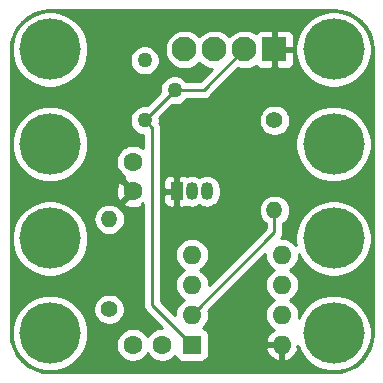
<source format=gbr>
G04 #@! TF.GenerationSoftware,KiCad,Pcbnew,(5.1.4)-1*
G04 #@! TF.CreationDate,2019-11-07T18:26:40-06:00*
G04 #@! TF.ProjectId,SensorBoard,53656e73-6f72-4426-9f61-72642e6b6963,rev?*
G04 #@! TF.SameCoordinates,Original*
G04 #@! TF.FileFunction,Copper,L1,Top*
G04 #@! TF.FilePolarity,Positive*
%FSLAX46Y46*%
G04 Gerber Fmt 4.6, Leading zero omitted, Abs format (unit mm)*
G04 Created by KiCad (PCBNEW (5.1.4)-1) date 2019-11-07 18:26:40*
%MOMM*%
%LPD*%
G04 APERTURE LIST*
%ADD10C,5.200000*%
%ADD11O,1.600000X1.600000*%
%ADD12R,1.600000X1.600000*%
%ADD13R,1.050000X1.500000*%
%ADD14O,1.050000X1.500000*%
%ADD15C,1.260000*%
%ADD16O,1.400000X1.400000*%
%ADD17C,1.400000*%
%ADD18C,2.100000*%
%ADD19R,2.100000X2.100000*%
%ADD20C,1.600000*%
%ADD21C,0.250000*%
%ADD22C,0.254000*%
G04 APERTURE END LIST*
D10*
X16000000Y-8000000D03*
X16000000Y-16000000D03*
X16000000Y-24000000D03*
X16000000Y0D03*
X-8000000Y-16000000D03*
X-8000000Y-8000000D03*
X-8000000Y0D03*
X-8000000Y-24000000D03*
D11*
X11620000Y-25000000D03*
X4000000Y-17380000D03*
X11620000Y-22460000D03*
X4000000Y-19920000D03*
X11620000Y-19920000D03*
X4000000Y-22460000D03*
X11620000Y-17380000D03*
D12*
X4000000Y-25000000D03*
D13*
X2730000Y-12000000D03*
D14*
X5270000Y-12000000D03*
X4000000Y-12000000D03*
D15*
X0Y-6000000D03*
X2540000Y-3460000D03*
X0Y-920000D03*
D16*
X11000000Y-13620000D03*
D17*
X11000000Y-6000000D03*
D16*
X-3000000Y-14380000D03*
D17*
X-3000000Y-22000000D03*
D18*
X3380000Y0D03*
X5920000Y0D03*
X8460000Y0D03*
D19*
X11000000Y0D03*
D20*
X1500000Y-25000000D03*
X-1000000Y-25000000D03*
X-1000000Y-9500000D03*
X-1000000Y-12000000D03*
D21*
X5000000Y-3460000D02*
X8460000Y0D01*
X2540000Y-3460000D02*
X5000000Y-3460000D01*
X2540000Y-3460000D02*
X0Y-6000000D01*
X629999Y-21629999D02*
X4000000Y-25000000D01*
X629999Y-6629999D02*
X629999Y-21629999D01*
X0Y-6000000D02*
X629999Y-6629999D01*
X11000000Y-15460000D02*
X11000000Y-13620000D01*
X4000000Y-22460000D02*
X11000000Y-15460000D01*
D22*
G36*
X16648126Y3273286D02*
G01*
X17271572Y3085057D01*
X17846579Y2779319D01*
X18351247Y2367721D01*
X18766362Y1865933D01*
X19076105Y1293076D01*
X19268682Y670961D01*
X19340000Y-7584D01*
X19340001Y-23967711D01*
X19273286Y-24648126D01*
X19085057Y-25271570D01*
X18779323Y-25846573D01*
X18367721Y-26351248D01*
X17865933Y-26766362D01*
X17293077Y-27076104D01*
X16670961Y-27268682D01*
X15992417Y-27340000D01*
X-7967721Y-27340000D01*
X-8648126Y-27273286D01*
X-9271570Y-27085057D01*
X-9846573Y-26779323D01*
X-10351248Y-26367721D01*
X-10766362Y-25865933D01*
X-11076104Y-25293077D01*
X-11268682Y-24670961D01*
X-11340000Y-23992417D01*
X-11340000Y-23681380D01*
X-11235000Y-23681380D01*
X-11235000Y-24318620D01*
X-11110681Y-24943615D01*
X-10866820Y-25532347D01*
X-10512789Y-26062192D01*
X-10062192Y-26512789D01*
X-9532347Y-26866820D01*
X-8943615Y-27110681D01*
X-8318620Y-27235000D01*
X-7681380Y-27235000D01*
X-7056385Y-27110681D01*
X-6467653Y-26866820D01*
X-5937808Y-26512789D01*
X-5487211Y-26062192D01*
X-5133180Y-25532347D01*
X-4889319Y-24943615D01*
X-4765000Y-24318620D01*
X-4765000Y-23681380D01*
X-4889319Y-23056385D01*
X-5133180Y-22467653D01*
X-5487211Y-21937808D01*
X-5556505Y-21868514D01*
X-4335000Y-21868514D01*
X-4335000Y-22131486D01*
X-4283696Y-22389405D01*
X-4183061Y-22632359D01*
X-4036962Y-22851013D01*
X-3851013Y-23036962D01*
X-3632359Y-23183061D01*
X-3389405Y-23283696D01*
X-3131486Y-23335000D01*
X-2868514Y-23335000D01*
X-2610595Y-23283696D01*
X-2367641Y-23183061D01*
X-2148987Y-23036962D01*
X-1963038Y-22851013D01*
X-1816939Y-22632359D01*
X-1716304Y-22389405D01*
X-1665000Y-22131486D01*
X-1665000Y-21868514D01*
X-1716304Y-21610595D01*
X-1816939Y-21367641D01*
X-1963038Y-21148987D01*
X-2148987Y-20963038D01*
X-2367641Y-20816939D01*
X-2610595Y-20716304D01*
X-2868514Y-20665000D01*
X-3131486Y-20665000D01*
X-3389405Y-20716304D01*
X-3632359Y-20816939D01*
X-3851013Y-20963038D01*
X-4036962Y-21148987D01*
X-4183061Y-21367641D01*
X-4283696Y-21610595D01*
X-4335000Y-21868514D01*
X-5556505Y-21868514D01*
X-5937808Y-21487211D01*
X-6467653Y-21133180D01*
X-7056385Y-20889319D01*
X-7681380Y-20765000D01*
X-8318620Y-20765000D01*
X-8943615Y-20889319D01*
X-9532347Y-21133180D01*
X-10062192Y-21487211D01*
X-10512789Y-21937808D01*
X-10866820Y-22467653D01*
X-11110681Y-23056385D01*
X-11235000Y-23681380D01*
X-11340000Y-23681380D01*
X-11340000Y-15681380D01*
X-11235000Y-15681380D01*
X-11235000Y-16318620D01*
X-11110681Y-16943615D01*
X-10866820Y-17532347D01*
X-10512789Y-18062192D01*
X-10062192Y-18512789D01*
X-9532347Y-18866820D01*
X-8943615Y-19110681D01*
X-8318620Y-19235000D01*
X-7681380Y-19235000D01*
X-7056385Y-19110681D01*
X-6467653Y-18866820D01*
X-5937808Y-18512789D01*
X-5487211Y-18062192D01*
X-5133180Y-17532347D01*
X-4889319Y-16943615D01*
X-4765000Y-16318620D01*
X-4765000Y-15681380D01*
X-4889319Y-15056385D01*
X-5133180Y-14467653D01*
X-5191747Y-14380000D01*
X-4341459Y-14380000D01*
X-4315683Y-14641706D01*
X-4239347Y-14893354D01*
X-4115382Y-15125275D01*
X-3948555Y-15328555D01*
X-3745275Y-15495382D01*
X-3513354Y-15619347D01*
X-3261706Y-15695683D01*
X-3065579Y-15715000D01*
X-2934421Y-15715000D01*
X-2738294Y-15695683D01*
X-2486646Y-15619347D01*
X-2254725Y-15495382D01*
X-2051445Y-15328555D01*
X-1884618Y-15125275D01*
X-1760653Y-14893354D01*
X-1684317Y-14641706D01*
X-1658541Y-14380000D01*
X-1684317Y-14118294D01*
X-1760653Y-13866646D01*
X-1884618Y-13634725D01*
X-2051445Y-13431445D01*
X-2254725Y-13264618D01*
X-2486646Y-13140653D01*
X-2738294Y-13064317D01*
X-2934421Y-13045000D01*
X-3065579Y-13045000D01*
X-3261706Y-13064317D01*
X-3513354Y-13140653D01*
X-3745275Y-13264618D01*
X-3948555Y-13431445D01*
X-4115382Y-13634725D01*
X-4239347Y-13866646D01*
X-4315683Y-14118294D01*
X-4341459Y-14380000D01*
X-5191747Y-14380000D01*
X-5487211Y-13937808D01*
X-5937808Y-13487211D01*
X-6467653Y-13133180D01*
X-7056385Y-12889319D01*
X-7681380Y-12765000D01*
X-8318620Y-12765000D01*
X-8943615Y-12889319D01*
X-9532347Y-13133180D01*
X-10062192Y-13487211D01*
X-10512789Y-13937808D01*
X-10866820Y-14467653D01*
X-11110681Y-15056385D01*
X-11235000Y-15681380D01*
X-11340000Y-15681380D01*
X-11340000Y-12070512D01*
X-2440217Y-12070512D01*
X-2398787Y-12350130D01*
X-2303603Y-12616292D01*
X-2236671Y-12741514D01*
X-1992702Y-12813097D01*
X-1179605Y-12000000D01*
X-1992702Y-11186903D01*
X-2236671Y-11258486D01*
X-2357571Y-11513996D01*
X-2426300Y-11788184D01*
X-2440217Y-12070512D01*
X-11340000Y-12070512D01*
X-11340000Y-7681380D01*
X-11235000Y-7681380D01*
X-11235000Y-8318620D01*
X-11110681Y-8943615D01*
X-10866820Y-9532347D01*
X-10512789Y-10062192D01*
X-10062192Y-10512789D01*
X-9532347Y-10866820D01*
X-8943615Y-11110681D01*
X-8318620Y-11235000D01*
X-7681380Y-11235000D01*
X-7056385Y-11110681D01*
X-6467653Y-10866820D01*
X-5937808Y-10512789D01*
X-5487211Y-10062192D01*
X-5133180Y-9532347D01*
X-5061239Y-9358665D01*
X-2435000Y-9358665D01*
X-2435000Y-9641335D01*
X-2379853Y-9918574D01*
X-2271680Y-10179727D01*
X-2114637Y-10414759D01*
X-1914759Y-10614637D01*
X-1714131Y-10748692D01*
X-1741514Y-10763329D01*
X-1813097Y-11007298D01*
X-1000000Y-11820395D01*
X-985858Y-11806253D01*
X-806253Y-11985858D01*
X-820395Y-12000000D01*
X-806253Y-12014143D01*
X-985858Y-12193748D01*
X-1000000Y-12179605D01*
X-1813097Y-12992702D01*
X-1741514Y-13236671D01*
X-1486004Y-13357571D01*
X-1211816Y-13426300D01*
X-929488Y-13440217D01*
X-649870Y-13398787D01*
X-383708Y-13303603D01*
X-258486Y-13236671D01*
X-186903Y-12992704D01*
X-130001Y-13049606D01*
X-130000Y-21592666D01*
X-133677Y-21629999D01*
X-119003Y-21778984D01*
X-75547Y-21922245D01*
X-4975Y-22054275D01*
X58391Y-22131486D01*
X89999Y-22170000D01*
X118997Y-22193798D01*
X1490199Y-23565000D01*
X1358665Y-23565000D01*
X1081426Y-23620147D01*
X820273Y-23728320D01*
X585241Y-23885363D01*
X385363Y-24085241D01*
X250000Y-24287827D01*
X114637Y-24085241D01*
X-85241Y-23885363D01*
X-320273Y-23728320D01*
X-581426Y-23620147D01*
X-858665Y-23565000D01*
X-1141335Y-23565000D01*
X-1418574Y-23620147D01*
X-1679727Y-23728320D01*
X-1914759Y-23885363D01*
X-2114637Y-24085241D01*
X-2271680Y-24320273D01*
X-2379853Y-24581426D01*
X-2435000Y-24858665D01*
X-2435000Y-25141335D01*
X-2379853Y-25418574D01*
X-2271680Y-25679727D01*
X-2114637Y-25914759D01*
X-1914759Y-26114637D01*
X-1679727Y-26271680D01*
X-1418574Y-26379853D01*
X-1141335Y-26435000D01*
X-858665Y-26435000D01*
X-581426Y-26379853D01*
X-320273Y-26271680D01*
X-85241Y-26114637D01*
X114637Y-25914759D01*
X250000Y-25712173D01*
X385363Y-25914759D01*
X585241Y-26114637D01*
X820273Y-26271680D01*
X1081426Y-26379853D01*
X1358665Y-26435000D01*
X1641335Y-26435000D01*
X1918574Y-26379853D01*
X2179727Y-26271680D01*
X2414759Y-26114637D01*
X2581339Y-25948057D01*
X2610498Y-26044180D01*
X2669463Y-26154494D01*
X2748815Y-26251185D01*
X2845506Y-26330537D01*
X2955820Y-26389502D01*
X3075518Y-26425812D01*
X3200000Y-26438072D01*
X4800000Y-26438072D01*
X4924482Y-26425812D01*
X5044180Y-26389502D01*
X5154494Y-26330537D01*
X5251185Y-26251185D01*
X5330537Y-26154494D01*
X5389502Y-26044180D01*
X5425812Y-25924482D01*
X5438072Y-25800000D01*
X5438072Y-25349039D01*
X10228096Y-25349039D01*
X10268754Y-25483087D01*
X10388963Y-25737420D01*
X10556481Y-25963414D01*
X10764869Y-26152385D01*
X11006119Y-26297070D01*
X11270960Y-26391909D01*
X11493000Y-26270624D01*
X11493000Y-25127000D01*
X10350085Y-25127000D01*
X10228096Y-25349039D01*
X5438072Y-25349039D01*
X5438072Y-24200000D01*
X5425812Y-24075518D01*
X5389502Y-23955820D01*
X5330537Y-23845506D01*
X5251185Y-23748815D01*
X5154494Y-23669463D01*
X5044180Y-23610498D01*
X4924482Y-23574188D01*
X4906518Y-23572419D01*
X5019608Y-23479608D01*
X5198932Y-23261101D01*
X5332182Y-23011808D01*
X5414236Y-22741309D01*
X5441943Y-22460000D01*
X5414236Y-22178691D01*
X5400708Y-22134093D01*
X10180598Y-17354204D01*
X10178057Y-17380000D01*
X10205764Y-17661309D01*
X10287818Y-17931808D01*
X10421068Y-18181101D01*
X10600392Y-18399608D01*
X10818899Y-18578932D01*
X10951858Y-18650000D01*
X10818899Y-18721068D01*
X10600392Y-18900392D01*
X10421068Y-19118899D01*
X10287818Y-19368192D01*
X10205764Y-19638691D01*
X10178057Y-19920000D01*
X10205764Y-20201309D01*
X10287818Y-20471808D01*
X10421068Y-20721101D01*
X10600392Y-20939608D01*
X10818899Y-21118932D01*
X10951858Y-21190000D01*
X10818899Y-21261068D01*
X10600392Y-21440392D01*
X10421068Y-21658899D01*
X10287818Y-21908192D01*
X10205764Y-22178691D01*
X10178057Y-22460000D01*
X10205764Y-22741309D01*
X10287818Y-23011808D01*
X10421068Y-23261101D01*
X10600392Y-23479608D01*
X10818899Y-23658932D01*
X10956682Y-23732579D01*
X10764869Y-23847615D01*
X10556481Y-24036586D01*
X10388963Y-24262580D01*
X10268754Y-24516913D01*
X10228096Y-24650961D01*
X10350085Y-24873000D01*
X11493000Y-24873000D01*
X11493000Y-24853000D01*
X11747000Y-24853000D01*
X11747000Y-24873000D01*
X11767000Y-24873000D01*
X11767000Y-25127000D01*
X11747000Y-25127000D01*
X11747000Y-26270624D01*
X11969040Y-26391909D01*
X12233881Y-26297070D01*
X12475131Y-26152385D01*
X12683519Y-25963414D01*
X12851037Y-25737420D01*
X12971246Y-25483087D01*
X13011904Y-25349039D01*
X12889916Y-25127002D01*
X12965280Y-25127002D01*
X13133180Y-25532347D01*
X13487211Y-26062192D01*
X13937808Y-26512789D01*
X14467653Y-26866820D01*
X15056385Y-27110681D01*
X15681380Y-27235000D01*
X16318620Y-27235000D01*
X16943615Y-27110681D01*
X17532347Y-26866820D01*
X18062192Y-26512789D01*
X18512789Y-26062192D01*
X18866820Y-25532347D01*
X19110681Y-24943615D01*
X19235000Y-24318620D01*
X19235000Y-23681380D01*
X19110681Y-23056385D01*
X18866820Y-22467653D01*
X18512789Y-21937808D01*
X18062192Y-21487211D01*
X17532347Y-21133180D01*
X16943615Y-20889319D01*
X16318620Y-20765000D01*
X15681380Y-20765000D01*
X15056385Y-20889319D01*
X14467653Y-21133180D01*
X13937808Y-21487211D01*
X13487211Y-21937808D01*
X13133180Y-22467653D01*
X13038731Y-22695673D01*
X13061943Y-22460000D01*
X13034236Y-22178691D01*
X12952182Y-21908192D01*
X12818932Y-21658899D01*
X12639608Y-21440392D01*
X12421101Y-21261068D01*
X12288142Y-21190000D01*
X12421101Y-21118932D01*
X12639608Y-20939608D01*
X12818932Y-20721101D01*
X12952182Y-20471808D01*
X13034236Y-20201309D01*
X13061943Y-19920000D01*
X13034236Y-19638691D01*
X12952182Y-19368192D01*
X12818932Y-19118899D01*
X12639608Y-18900392D01*
X12421101Y-18721068D01*
X12288142Y-18650000D01*
X12421101Y-18578932D01*
X12639608Y-18399608D01*
X12818932Y-18181101D01*
X12952182Y-17931808D01*
X13034236Y-17661309D01*
X13061943Y-17380000D01*
X13059406Y-17354241D01*
X13133180Y-17532347D01*
X13487211Y-18062192D01*
X13937808Y-18512789D01*
X14467653Y-18866820D01*
X15056385Y-19110681D01*
X15681380Y-19235000D01*
X16318620Y-19235000D01*
X16943615Y-19110681D01*
X17532347Y-18866820D01*
X18062192Y-18512789D01*
X18512789Y-18062192D01*
X18866820Y-17532347D01*
X19110681Y-16943615D01*
X19235000Y-16318620D01*
X19235000Y-15681380D01*
X19110681Y-15056385D01*
X18866820Y-14467653D01*
X18512789Y-13937808D01*
X18062192Y-13487211D01*
X17532347Y-13133180D01*
X16943615Y-12889319D01*
X16318620Y-12765000D01*
X15681380Y-12765000D01*
X15056385Y-12889319D01*
X14467653Y-13133180D01*
X13937808Y-13487211D01*
X13487211Y-13937808D01*
X13133180Y-14467653D01*
X12889319Y-15056385D01*
X12765000Y-15681380D01*
X12765000Y-16318620D01*
X12816082Y-16575426D01*
X12639608Y-16360392D01*
X12421101Y-16181068D01*
X12171808Y-16047818D01*
X11901309Y-15965764D01*
X11690492Y-15945000D01*
X11585139Y-15945000D01*
X11634974Y-15884277D01*
X11705546Y-15752247D01*
X11705546Y-15752246D01*
X11749003Y-15608986D01*
X11760000Y-15497333D01*
X11760000Y-15497323D01*
X11763676Y-15460000D01*
X11760000Y-15422677D01*
X11760000Y-14723298D01*
X11948555Y-14568555D01*
X12115382Y-14365275D01*
X12239347Y-14133354D01*
X12315683Y-13881706D01*
X12341459Y-13620000D01*
X12315683Y-13358294D01*
X12239347Y-13106646D01*
X12115382Y-12874725D01*
X11948555Y-12671445D01*
X11745275Y-12504618D01*
X11513354Y-12380653D01*
X11261706Y-12304317D01*
X11065579Y-12285000D01*
X10934421Y-12285000D01*
X10738294Y-12304317D01*
X10486646Y-12380653D01*
X10254725Y-12504618D01*
X10051445Y-12671445D01*
X9884618Y-12874725D01*
X9760653Y-13106646D01*
X9684317Y-13358294D01*
X9658541Y-13620000D01*
X9684317Y-13881706D01*
X9760653Y-14133354D01*
X9884618Y-14365275D01*
X10051445Y-14568555D01*
X10240000Y-14723298D01*
X10240000Y-15145198D01*
X5439402Y-19945796D01*
X5441943Y-19920000D01*
X5414236Y-19638691D01*
X5332182Y-19368192D01*
X5198932Y-19118899D01*
X5019608Y-18900392D01*
X4801101Y-18721068D01*
X4668142Y-18650000D01*
X4801101Y-18578932D01*
X5019608Y-18399608D01*
X5198932Y-18181101D01*
X5332182Y-17931808D01*
X5414236Y-17661309D01*
X5441943Y-17380000D01*
X5414236Y-17098691D01*
X5332182Y-16828192D01*
X5198932Y-16578899D01*
X5019608Y-16360392D01*
X4801101Y-16181068D01*
X4551808Y-16047818D01*
X4281309Y-15965764D01*
X4070492Y-15945000D01*
X3929508Y-15945000D01*
X3718691Y-15965764D01*
X3448192Y-16047818D01*
X3198899Y-16181068D01*
X2980392Y-16360392D01*
X2801068Y-16578899D01*
X2667818Y-16828192D01*
X2585764Y-17098691D01*
X2558057Y-17380000D01*
X2585764Y-17661309D01*
X2667818Y-17931808D01*
X2801068Y-18181101D01*
X2980392Y-18399608D01*
X3198899Y-18578932D01*
X3331858Y-18650000D01*
X3198899Y-18721068D01*
X2980392Y-18900392D01*
X2801068Y-19118899D01*
X2667818Y-19368192D01*
X2585764Y-19638691D01*
X2558057Y-19920000D01*
X2585764Y-20201309D01*
X2667818Y-20471808D01*
X2801068Y-20721101D01*
X2980392Y-20939608D01*
X3198899Y-21118932D01*
X3331858Y-21190000D01*
X3198899Y-21261068D01*
X2980392Y-21440392D01*
X2801068Y-21658899D01*
X2667818Y-21908192D01*
X2585764Y-22178691D01*
X2558057Y-22460000D01*
X2560598Y-22485796D01*
X1389999Y-21315198D01*
X1389999Y-12750000D01*
X1566928Y-12750000D01*
X1579188Y-12874482D01*
X1615498Y-12994180D01*
X1674463Y-13104494D01*
X1753815Y-13201185D01*
X1850506Y-13280537D01*
X1960820Y-13339502D01*
X2080518Y-13375812D01*
X2205000Y-13388072D01*
X2444250Y-13385000D01*
X2603000Y-13226250D01*
X2603000Y-12127000D01*
X1728750Y-12127000D01*
X1570000Y-12285750D01*
X1566928Y-12750000D01*
X1389999Y-12750000D01*
X1389999Y-11250000D01*
X1566928Y-11250000D01*
X1570000Y-11714250D01*
X1728750Y-11873000D01*
X2603000Y-11873000D01*
X2603000Y-11718022D01*
X2840000Y-11718022D01*
X2840000Y-12281979D01*
X2856785Y-12452400D01*
X2857000Y-12453109D01*
X2857000Y-13226250D01*
X3015750Y-13385000D01*
X3255000Y-13388072D01*
X3379482Y-13375812D01*
X3499180Y-13339502D01*
X3563902Y-13304907D01*
X3772601Y-13368215D01*
X4000000Y-13390612D01*
X4227400Y-13368215D01*
X4446060Y-13301885D01*
X4635001Y-13200894D01*
X4823941Y-13301885D01*
X5042601Y-13368215D01*
X5270000Y-13390612D01*
X5497400Y-13368215D01*
X5716060Y-13301885D01*
X5917579Y-13194171D01*
X6094212Y-13049212D01*
X6239171Y-12872579D01*
X6346885Y-12671059D01*
X6413215Y-12452399D01*
X6430000Y-12281978D01*
X6430000Y-11718021D01*
X6413215Y-11547600D01*
X6346885Y-11328940D01*
X6239171Y-11127421D01*
X6094212Y-10950788D01*
X5917578Y-10805829D01*
X5716059Y-10698115D01*
X5497399Y-10631785D01*
X5270000Y-10609388D01*
X5042600Y-10631785D01*
X4823940Y-10698115D01*
X4635000Y-10799106D01*
X4446059Y-10698115D01*
X4227399Y-10631785D01*
X4000000Y-10609388D01*
X3772600Y-10631785D01*
X3563902Y-10695093D01*
X3499180Y-10660498D01*
X3379482Y-10624188D01*
X3255000Y-10611928D01*
X3015750Y-10615000D01*
X2857000Y-10773750D01*
X2857000Y-11546892D01*
X2856785Y-11547601D01*
X2840000Y-11718022D01*
X2603000Y-11718022D01*
X2603000Y-10773750D01*
X2444250Y-10615000D01*
X2205000Y-10611928D01*
X2080518Y-10624188D01*
X1960820Y-10660498D01*
X1850506Y-10719463D01*
X1753815Y-10798815D01*
X1674463Y-10895506D01*
X1615498Y-11005820D01*
X1579188Y-11125518D01*
X1566928Y-11250000D01*
X1389999Y-11250000D01*
X1389999Y-7681380D01*
X12765000Y-7681380D01*
X12765000Y-8318620D01*
X12889319Y-8943615D01*
X13133180Y-9532347D01*
X13487211Y-10062192D01*
X13937808Y-10512789D01*
X14467653Y-10866820D01*
X15056385Y-11110681D01*
X15681380Y-11235000D01*
X16318620Y-11235000D01*
X16943615Y-11110681D01*
X17532347Y-10866820D01*
X18062192Y-10512789D01*
X18512789Y-10062192D01*
X18866820Y-9532347D01*
X19110681Y-8943615D01*
X19235000Y-8318620D01*
X19235000Y-7681380D01*
X19110681Y-7056385D01*
X18866820Y-6467653D01*
X18512789Y-5937808D01*
X18062192Y-5487211D01*
X17532347Y-5133180D01*
X16943615Y-4889319D01*
X16318620Y-4765000D01*
X15681380Y-4765000D01*
X15056385Y-4889319D01*
X14467653Y-5133180D01*
X13937808Y-5487211D01*
X13487211Y-5937808D01*
X13133180Y-6467653D01*
X12889319Y-7056385D01*
X12765000Y-7681380D01*
X1389999Y-7681380D01*
X1389999Y-6667321D01*
X1393675Y-6629998D01*
X1389999Y-6592675D01*
X1389999Y-6592666D01*
X1379002Y-6481013D01*
X1335545Y-6337752D01*
X1264974Y-6205724D01*
X1264973Y-6205722D01*
X1252005Y-6189921D01*
X1265000Y-6124592D01*
X1265000Y-5875408D01*
X1263629Y-5868514D01*
X9665000Y-5868514D01*
X9665000Y-6131486D01*
X9716304Y-6389405D01*
X9816939Y-6632359D01*
X9963038Y-6851013D01*
X10148987Y-7036962D01*
X10367641Y-7183061D01*
X10610595Y-7283696D01*
X10868514Y-7335000D01*
X11131486Y-7335000D01*
X11389405Y-7283696D01*
X11632359Y-7183061D01*
X11851013Y-7036962D01*
X12036962Y-6851013D01*
X12183061Y-6632359D01*
X12283696Y-6389405D01*
X12335000Y-6131486D01*
X12335000Y-5868514D01*
X12283696Y-5610595D01*
X12183061Y-5367641D01*
X12036962Y-5148987D01*
X11851013Y-4963038D01*
X11632359Y-4816939D01*
X11389405Y-4716304D01*
X11131486Y-4665000D01*
X10868514Y-4665000D01*
X10610595Y-4716304D01*
X10367641Y-4816939D01*
X10148987Y-4963038D01*
X9963038Y-5148987D01*
X9816939Y-5367641D01*
X9716304Y-5610595D01*
X9665000Y-5868514D01*
X1263629Y-5868514D01*
X1254115Y-5820686D01*
X2360687Y-4714115D01*
X2415408Y-4725000D01*
X2664592Y-4725000D01*
X2908987Y-4676387D01*
X3139202Y-4581029D01*
X3346391Y-4442590D01*
X3522590Y-4266391D01*
X3553587Y-4220000D01*
X4962678Y-4220000D01*
X5000000Y-4223676D01*
X5037322Y-4220000D01*
X5037333Y-4220000D01*
X5148986Y-4209003D01*
X5292247Y-4165546D01*
X5424276Y-4094974D01*
X5540001Y-4000001D01*
X5563804Y-3970997D01*
X7930357Y-1604445D01*
X7968504Y-1620246D01*
X8294042Y-1685000D01*
X8625958Y-1685000D01*
X8951496Y-1620246D01*
X9258147Y-1493228D01*
X9411958Y-1390454D01*
X9419463Y-1404494D01*
X9498815Y-1501185D01*
X9595506Y-1580537D01*
X9705820Y-1639502D01*
X9825518Y-1675812D01*
X9950000Y-1688072D01*
X10714250Y-1685000D01*
X10873000Y-1526250D01*
X10873000Y-127000D01*
X11127000Y-127000D01*
X11127000Y-1526250D01*
X11285750Y-1685000D01*
X12050000Y-1688072D01*
X12174482Y-1675812D01*
X12294180Y-1639502D01*
X12404494Y-1580537D01*
X12501185Y-1501185D01*
X12580537Y-1404494D01*
X12639502Y-1294180D01*
X12675812Y-1174482D01*
X12688072Y-1050000D01*
X12685000Y-285750D01*
X12526250Y-127000D01*
X11127000Y-127000D01*
X10873000Y-127000D01*
X10853000Y-127000D01*
X10853000Y127000D01*
X10873000Y127000D01*
X10873000Y1526250D01*
X11127000Y1526250D01*
X11127000Y127000D01*
X12526250Y127000D01*
X12685000Y285750D01*
X12685132Y318620D01*
X12765000Y318620D01*
X12765000Y-318620D01*
X12889319Y-943615D01*
X13133180Y-1532347D01*
X13487211Y-2062192D01*
X13937808Y-2512789D01*
X14467653Y-2866820D01*
X15056385Y-3110681D01*
X15681380Y-3235000D01*
X16318620Y-3235000D01*
X16943615Y-3110681D01*
X17532347Y-2866820D01*
X18062192Y-2512789D01*
X18512789Y-2062192D01*
X18866820Y-1532347D01*
X19110681Y-943615D01*
X19235000Y-318620D01*
X19235000Y318620D01*
X19110681Y943615D01*
X18866820Y1532347D01*
X18512789Y2062192D01*
X18062192Y2512789D01*
X17532347Y2866820D01*
X16943615Y3110681D01*
X16318620Y3235000D01*
X15681380Y3235000D01*
X15056385Y3110681D01*
X14467653Y2866820D01*
X13937808Y2512789D01*
X13487211Y2062192D01*
X13133180Y1532347D01*
X12889319Y943615D01*
X12765000Y318620D01*
X12685132Y318620D01*
X12688072Y1050000D01*
X12675812Y1174482D01*
X12639502Y1294180D01*
X12580537Y1404494D01*
X12501185Y1501185D01*
X12404494Y1580537D01*
X12294180Y1639502D01*
X12174482Y1675812D01*
X12050000Y1688072D01*
X11285750Y1685000D01*
X11127000Y1526250D01*
X10873000Y1526250D01*
X10714250Y1685000D01*
X9950000Y1688072D01*
X9825518Y1675812D01*
X9705820Y1639502D01*
X9595506Y1580537D01*
X9498815Y1501185D01*
X9419463Y1404494D01*
X9411958Y1390454D01*
X9258147Y1493228D01*
X8951496Y1620246D01*
X8625958Y1685000D01*
X8294042Y1685000D01*
X7968504Y1620246D01*
X7661853Y1493228D01*
X7385875Y1308825D01*
X7190000Y1112950D01*
X6994125Y1308825D01*
X6718147Y1493228D01*
X6411496Y1620246D01*
X6085958Y1685000D01*
X5754042Y1685000D01*
X5428504Y1620246D01*
X5121853Y1493228D01*
X4845875Y1308825D01*
X4650000Y1112950D01*
X4454125Y1308825D01*
X4178147Y1493228D01*
X3871496Y1620246D01*
X3545958Y1685000D01*
X3214042Y1685000D01*
X2888504Y1620246D01*
X2581853Y1493228D01*
X2305875Y1308825D01*
X2071175Y1074125D01*
X1886772Y798147D01*
X1759754Y491496D01*
X1695000Y165958D01*
X1695000Y-165958D01*
X1759754Y-491496D01*
X1886772Y-798147D01*
X2071175Y-1074125D01*
X2305875Y-1308825D01*
X2581853Y-1493228D01*
X2888504Y-1620246D01*
X3214042Y-1685000D01*
X3545958Y-1685000D01*
X3871496Y-1620246D01*
X4178147Y-1493228D01*
X4454125Y-1308825D01*
X4650000Y-1112950D01*
X4845875Y-1308825D01*
X5121853Y-1493228D01*
X5428504Y-1620246D01*
X5709132Y-1676067D01*
X4685199Y-2700000D01*
X3553587Y-2700000D01*
X3522590Y-2653609D01*
X3346391Y-2477410D01*
X3139202Y-2338971D01*
X2908987Y-2243613D01*
X2664592Y-2195000D01*
X2415408Y-2195000D01*
X2171013Y-2243613D01*
X1940798Y-2338971D01*
X1733609Y-2477410D01*
X1557410Y-2653609D01*
X1418971Y-2860798D01*
X1323613Y-3091013D01*
X1275000Y-3335408D01*
X1275000Y-3584592D01*
X1285885Y-3639313D01*
X179314Y-4745885D01*
X124592Y-4735000D01*
X-124592Y-4735000D01*
X-368987Y-4783613D01*
X-599202Y-4878971D01*
X-806391Y-5017410D01*
X-982590Y-5193609D01*
X-1121029Y-5400798D01*
X-1216387Y-5631013D01*
X-1265000Y-5875408D01*
X-1265000Y-6124592D01*
X-1216387Y-6368987D01*
X-1121029Y-6599202D01*
X-982590Y-6806391D01*
X-806391Y-6982590D01*
X-599202Y-7121029D01*
X-368987Y-7216387D01*
X-130001Y-7263924D01*
X-130001Y-8355455D01*
X-320273Y-8228320D01*
X-581426Y-8120147D01*
X-858665Y-8065000D01*
X-1141335Y-8065000D01*
X-1418574Y-8120147D01*
X-1679727Y-8228320D01*
X-1914759Y-8385363D01*
X-2114637Y-8585241D01*
X-2271680Y-8820273D01*
X-2379853Y-9081426D01*
X-2435000Y-9358665D01*
X-5061239Y-9358665D01*
X-4889319Y-8943615D01*
X-4765000Y-8318620D01*
X-4765000Y-7681380D01*
X-4889319Y-7056385D01*
X-5133180Y-6467653D01*
X-5487211Y-5937808D01*
X-5937808Y-5487211D01*
X-6467653Y-5133180D01*
X-7056385Y-4889319D01*
X-7681380Y-4765000D01*
X-8318620Y-4765000D01*
X-8943615Y-4889319D01*
X-9532347Y-5133180D01*
X-10062192Y-5487211D01*
X-10512789Y-5937808D01*
X-10866820Y-6467653D01*
X-11110681Y-7056385D01*
X-11235000Y-7681380D01*
X-11340000Y-7681380D01*
X-11340000Y-32278D01*
X-11305595Y318620D01*
X-11235000Y318620D01*
X-11235000Y-318620D01*
X-11110681Y-943615D01*
X-10866820Y-1532347D01*
X-10512789Y-2062192D01*
X-10062192Y-2512789D01*
X-9532347Y-2866820D01*
X-8943615Y-3110681D01*
X-8318620Y-3235000D01*
X-7681380Y-3235000D01*
X-7056385Y-3110681D01*
X-6467653Y-2866820D01*
X-5937808Y-2512789D01*
X-5487211Y-2062192D01*
X-5133180Y-1532347D01*
X-4889319Y-943615D01*
X-4859839Y-795408D01*
X-1265000Y-795408D01*
X-1265000Y-1044592D01*
X-1216387Y-1288987D01*
X-1121029Y-1519202D01*
X-982590Y-1726391D01*
X-806391Y-1902590D01*
X-599202Y-2041029D01*
X-368987Y-2136387D01*
X-124592Y-2185000D01*
X124592Y-2185000D01*
X368987Y-2136387D01*
X599202Y-2041029D01*
X806391Y-1902590D01*
X982590Y-1726391D01*
X1121029Y-1519202D01*
X1216387Y-1288987D01*
X1265000Y-1044592D01*
X1265000Y-795408D01*
X1216387Y-551013D01*
X1121029Y-320798D01*
X982590Y-113609D01*
X806391Y62590D01*
X599202Y201029D01*
X368987Y296387D01*
X124592Y345000D01*
X-124592Y345000D01*
X-368987Y296387D01*
X-599202Y201029D01*
X-806391Y62590D01*
X-982590Y-113609D01*
X-1121029Y-320798D01*
X-1216387Y-551013D01*
X-1265000Y-795408D01*
X-4859839Y-795408D01*
X-4765000Y-318620D01*
X-4765000Y318620D01*
X-4889319Y943615D01*
X-5133180Y1532347D01*
X-5487211Y2062192D01*
X-5937808Y2512789D01*
X-6467653Y2866820D01*
X-7056385Y3110681D01*
X-7681380Y3235000D01*
X-8318620Y3235000D01*
X-8943615Y3110681D01*
X-9532347Y2866820D01*
X-10062192Y2512789D01*
X-10512789Y2062192D01*
X-10866820Y1532347D01*
X-11110681Y943615D01*
X-11235000Y318620D01*
X-11305595Y318620D01*
X-11273286Y648126D01*
X-11085057Y1271572D01*
X-10779319Y1846579D01*
X-10367721Y2351247D01*
X-9865933Y2766362D01*
X-9293076Y3076105D01*
X-8670961Y3268682D01*
X-7992416Y3340000D01*
X15967722Y3340000D01*
X16648126Y3273286D01*
X16648126Y3273286D01*
G37*
X16648126Y3273286D02*
X17271572Y3085057D01*
X17846579Y2779319D01*
X18351247Y2367721D01*
X18766362Y1865933D01*
X19076105Y1293076D01*
X19268682Y670961D01*
X19340000Y-7584D01*
X19340001Y-23967711D01*
X19273286Y-24648126D01*
X19085057Y-25271570D01*
X18779323Y-25846573D01*
X18367721Y-26351248D01*
X17865933Y-26766362D01*
X17293077Y-27076104D01*
X16670961Y-27268682D01*
X15992417Y-27340000D01*
X-7967721Y-27340000D01*
X-8648126Y-27273286D01*
X-9271570Y-27085057D01*
X-9846573Y-26779323D01*
X-10351248Y-26367721D01*
X-10766362Y-25865933D01*
X-11076104Y-25293077D01*
X-11268682Y-24670961D01*
X-11340000Y-23992417D01*
X-11340000Y-23681380D01*
X-11235000Y-23681380D01*
X-11235000Y-24318620D01*
X-11110681Y-24943615D01*
X-10866820Y-25532347D01*
X-10512789Y-26062192D01*
X-10062192Y-26512789D01*
X-9532347Y-26866820D01*
X-8943615Y-27110681D01*
X-8318620Y-27235000D01*
X-7681380Y-27235000D01*
X-7056385Y-27110681D01*
X-6467653Y-26866820D01*
X-5937808Y-26512789D01*
X-5487211Y-26062192D01*
X-5133180Y-25532347D01*
X-4889319Y-24943615D01*
X-4765000Y-24318620D01*
X-4765000Y-23681380D01*
X-4889319Y-23056385D01*
X-5133180Y-22467653D01*
X-5487211Y-21937808D01*
X-5556505Y-21868514D01*
X-4335000Y-21868514D01*
X-4335000Y-22131486D01*
X-4283696Y-22389405D01*
X-4183061Y-22632359D01*
X-4036962Y-22851013D01*
X-3851013Y-23036962D01*
X-3632359Y-23183061D01*
X-3389405Y-23283696D01*
X-3131486Y-23335000D01*
X-2868514Y-23335000D01*
X-2610595Y-23283696D01*
X-2367641Y-23183061D01*
X-2148987Y-23036962D01*
X-1963038Y-22851013D01*
X-1816939Y-22632359D01*
X-1716304Y-22389405D01*
X-1665000Y-22131486D01*
X-1665000Y-21868514D01*
X-1716304Y-21610595D01*
X-1816939Y-21367641D01*
X-1963038Y-21148987D01*
X-2148987Y-20963038D01*
X-2367641Y-20816939D01*
X-2610595Y-20716304D01*
X-2868514Y-20665000D01*
X-3131486Y-20665000D01*
X-3389405Y-20716304D01*
X-3632359Y-20816939D01*
X-3851013Y-20963038D01*
X-4036962Y-21148987D01*
X-4183061Y-21367641D01*
X-4283696Y-21610595D01*
X-4335000Y-21868514D01*
X-5556505Y-21868514D01*
X-5937808Y-21487211D01*
X-6467653Y-21133180D01*
X-7056385Y-20889319D01*
X-7681380Y-20765000D01*
X-8318620Y-20765000D01*
X-8943615Y-20889319D01*
X-9532347Y-21133180D01*
X-10062192Y-21487211D01*
X-10512789Y-21937808D01*
X-10866820Y-22467653D01*
X-11110681Y-23056385D01*
X-11235000Y-23681380D01*
X-11340000Y-23681380D01*
X-11340000Y-15681380D01*
X-11235000Y-15681380D01*
X-11235000Y-16318620D01*
X-11110681Y-16943615D01*
X-10866820Y-17532347D01*
X-10512789Y-18062192D01*
X-10062192Y-18512789D01*
X-9532347Y-18866820D01*
X-8943615Y-19110681D01*
X-8318620Y-19235000D01*
X-7681380Y-19235000D01*
X-7056385Y-19110681D01*
X-6467653Y-18866820D01*
X-5937808Y-18512789D01*
X-5487211Y-18062192D01*
X-5133180Y-17532347D01*
X-4889319Y-16943615D01*
X-4765000Y-16318620D01*
X-4765000Y-15681380D01*
X-4889319Y-15056385D01*
X-5133180Y-14467653D01*
X-5191747Y-14380000D01*
X-4341459Y-14380000D01*
X-4315683Y-14641706D01*
X-4239347Y-14893354D01*
X-4115382Y-15125275D01*
X-3948555Y-15328555D01*
X-3745275Y-15495382D01*
X-3513354Y-15619347D01*
X-3261706Y-15695683D01*
X-3065579Y-15715000D01*
X-2934421Y-15715000D01*
X-2738294Y-15695683D01*
X-2486646Y-15619347D01*
X-2254725Y-15495382D01*
X-2051445Y-15328555D01*
X-1884618Y-15125275D01*
X-1760653Y-14893354D01*
X-1684317Y-14641706D01*
X-1658541Y-14380000D01*
X-1684317Y-14118294D01*
X-1760653Y-13866646D01*
X-1884618Y-13634725D01*
X-2051445Y-13431445D01*
X-2254725Y-13264618D01*
X-2486646Y-13140653D01*
X-2738294Y-13064317D01*
X-2934421Y-13045000D01*
X-3065579Y-13045000D01*
X-3261706Y-13064317D01*
X-3513354Y-13140653D01*
X-3745275Y-13264618D01*
X-3948555Y-13431445D01*
X-4115382Y-13634725D01*
X-4239347Y-13866646D01*
X-4315683Y-14118294D01*
X-4341459Y-14380000D01*
X-5191747Y-14380000D01*
X-5487211Y-13937808D01*
X-5937808Y-13487211D01*
X-6467653Y-13133180D01*
X-7056385Y-12889319D01*
X-7681380Y-12765000D01*
X-8318620Y-12765000D01*
X-8943615Y-12889319D01*
X-9532347Y-13133180D01*
X-10062192Y-13487211D01*
X-10512789Y-13937808D01*
X-10866820Y-14467653D01*
X-11110681Y-15056385D01*
X-11235000Y-15681380D01*
X-11340000Y-15681380D01*
X-11340000Y-12070512D01*
X-2440217Y-12070512D01*
X-2398787Y-12350130D01*
X-2303603Y-12616292D01*
X-2236671Y-12741514D01*
X-1992702Y-12813097D01*
X-1179605Y-12000000D01*
X-1992702Y-11186903D01*
X-2236671Y-11258486D01*
X-2357571Y-11513996D01*
X-2426300Y-11788184D01*
X-2440217Y-12070512D01*
X-11340000Y-12070512D01*
X-11340000Y-7681380D01*
X-11235000Y-7681380D01*
X-11235000Y-8318620D01*
X-11110681Y-8943615D01*
X-10866820Y-9532347D01*
X-10512789Y-10062192D01*
X-10062192Y-10512789D01*
X-9532347Y-10866820D01*
X-8943615Y-11110681D01*
X-8318620Y-11235000D01*
X-7681380Y-11235000D01*
X-7056385Y-11110681D01*
X-6467653Y-10866820D01*
X-5937808Y-10512789D01*
X-5487211Y-10062192D01*
X-5133180Y-9532347D01*
X-5061239Y-9358665D01*
X-2435000Y-9358665D01*
X-2435000Y-9641335D01*
X-2379853Y-9918574D01*
X-2271680Y-10179727D01*
X-2114637Y-10414759D01*
X-1914759Y-10614637D01*
X-1714131Y-10748692D01*
X-1741514Y-10763329D01*
X-1813097Y-11007298D01*
X-1000000Y-11820395D01*
X-985858Y-11806253D01*
X-806253Y-11985858D01*
X-820395Y-12000000D01*
X-806253Y-12014143D01*
X-985858Y-12193748D01*
X-1000000Y-12179605D01*
X-1813097Y-12992702D01*
X-1741514Y-13236671D01*
X-1486004Y-13357571D01*
X-1211816Y-13426300D01*
X-929488Y-13440217D01*
X-649870Y-13398787D01*
X-383708Y-13303603D01*
X-258486Y-13236671D01*
X-186903Y-12992704D01*
X-130001Y-13049606D01*
X-130000Y-21592666D01*
X-133677Y-21629999D01*
X-119003Y-21778984D01*
X-75547Y-21922245D01*
X-4975Y-22054275D01*
X58391Y-22131486D01*
X89999Y-22170000D01*
X118997Y-22193798D01*
X1490199Y-23565000D01*
X1358665Y-23565000D01*
X1081426Y-23620147D01*
X820273Y-23728320D01*
X585241Y-23885363D01*
X385363Y-24085241D01*
X250000Y-24287827D01*
X114637Y-24085241D01*
X-85241Y-23885363D01*
X-320273Y-23728320D01*
X-581426Y-23620147D01*
X-858665Y-23565000D01*
X-1141335Y-23565000D01*
X-1418574Y-23620147D01*
X-1679727Y-23728320D01*
X-1914759Y-23885363D01*
X-2114637Y-24085241D01*
X-2271680Y-24320273D01*
X-2379853Y-24581426D01*
X-2435000Y-24858665D01*
X-2435000Y-25141335D01*
X-2379853Y-25418574D01*
X-2271680Y-25679727D01*
X-2114637Y-25914759D01*
X-1914759Y-26114637D01*
X-1679727Y-26271680D01*
X-1418574Y-26379853D01*
X-1141335Y-26435000D01*
X-858665Y-26435000D01*
X-581426Y-26379853D01*
X-320273Y-26271680D01*
X-85241Y-26114637D01*
X114637Y-25914759D01*
X250000Y-25712173D01*
X385363Y-25914759D01*
X585241Y-26114637D01*
X820273Y-26271680D01*
X1081426Y-26379853D01*
X1358665Y-26435000D01*
X1641335Y-26435000D01*
X1918574Y-26379853D01*
X2179727Y-26271680D01*
X2414759Y-26114637D01*
X2581339Y-25948057D01*
X2610498Y-26044180D01*
X2669463Y-26154494D01*
X2748815Y-26251185D01*
X2845506Y-26330537D01*
X2955820Y-26389502D01*
X3075518Y-26425812D01*
X3200000Y-26438072D01*
X4800000Y-26438072D01*
X4924482Y-26425812D01*
X5044180Y-26389502D01*
X5154494Y-26330537D01*
X5251185Y-26251185D01*
X5330537Y-26154494D01*
X5389502Y-26044180D01*
X5425812Y-25924482D01*
X5438072Y-25800000D01*
X5438072Y-25349039D01*
X10228096Y-25349039D01*
X10268754Y-25483087D01*
X10388963Y-25737420D01*
X10556481Y-25963414D01*
X10764869Y-26152385D01*
X11006119Y-26297070D01*
X11270960Y-26391909D01*
X11493000Y-26270624D01*
X11493000Y-25127000D01*
X10350085Y-25127000D01*
X10228096Y-25349039D01*
X5438072Y-25349039D01*
X5438072Y-24200000D01*
X5425812Y-24075518D01*
X5389502Y-23955820D01*
X5330537Y-23845506D01*
X5251185Y-23748815D01*
X5154494Y-23669463D01*
X5044180Y-23610498D01*
X4924482Y-23574188D01*
X4906518Y-23572419D01*
X5019608Y-23479608D01*
X5198932Y-23261101D01*
X5332182Y-23011808D01*
X5414236Y-22741309D01*
X5441943Y-22460000D01*
X5414236Y-22178691D01*
X5400708Y-22134093D01*
X10180598Y-17354204D01*
X10178057Y-17380000D01*
X10205764Y-17661309D01*
X10287818Y-17931808D01*
X10421068Y-18181101D01*
X10600392Y-18399608D01*
X10818899Y-18578932D01*
X10951858Y-18650000D01*
X10818899Y-18721068D01*
X10600392Y-18900392D01*
X10421068Y-19118899D01*
X10287818Y-19368192D01*
X10205764Y-19638691D01*
X10178057Y-19920000D01*
X10205764Y-20201309D01*
X10287818Y-20471808D01*
X10421068Y-20721101D01*
X10600392Y-20939608D01*
X10818899Y-21118932D01*
X10951858Y-21190000D01*
X10818899Y-21261068D01*
X10600392Y-21440392D01*
X10421068Y-21658899D01*
X10287818Y-21908192D01*
X10205764Y-22178691D01*
X10178057Y-22460000D01*
X10205764Y-22741309D01*
X10287818Y-23011808D01*
X10421068Y-23261101D01*
X10600392Y-23479608D01*
X10818899Y-23658932D01*
X10956682Y-23732579D01*
X10764869Y-23847615D01*
X10556481Y-24036586D01*
X10388963Y-24262580D01*
X10268754Y-24516913D01*
X10228096Y-24650961D01*
X10350085Y-24873000D01*
X11493000Y-24873000D01*
X11493000Y-24853000D01*
X11747000Y-24853000D01*
X11747000Y-24873000D01*
X11767000Y-24873000D01*
X11767000Y-25127000D01*
X11747000Y-25127000D01*
X11747000Y-26270624D01*
X11969040Y-26391909D01*
X12233881Y-26297070D01*
X12475131Y-26152385D01*
X12683519Y-25963414D01*
X12851037Y-25737420D01*
X12971246Y-25483087D01*
X13011904Y-25349039D01*
X12889916Y-25127002D01*
X12965280Y-25127002D01*
X13133180Y-25532347D01*
X13487211Y-26062192D01*
X13937808Y-26512789D01*
X14467653Y-26866820D01*
X15056385Y-27110681D01*
X15681380Y-27235000D01*
X16318620Y-27235000D01*
X16943615Y-27110681D01*
X17532347Y-26866820D01*
X18062192Y-26512789D01*
X18512789Y-26062192D01*
X18866820Y-25532347D01*
X19110681Y-24943615D01*
X19235000Y-24318620D01*
X19235000Y-23681380D01*
X19110681Y-23056385D01*
X18866820Y-22467653D01*
X18512789Y-21937808D01*
X18062192Y-21487211D01*
X17532347Y-21133180D01*
X16943615Y-20889319D01*
X16318620Y-20765000D01*
X15681380Y-20765000D01*
X15056385Y-20889319D01*
X14467653Y-21133180D01*
X13937808Y-21487211D01*
X13487211Y-21937808D01*
X13133180Y-22467653D01*
X13038731Y-22695673D01*
X13061943Y-22460000D01*
X13034236Y-22178691D01*
X12952182Y-21908192D01*
X12818932Y-21658899D01*
X12639608Y-21440392D01*
X12421101Y-21261068D01*
X12288142Y-21190000D01*
X12421101Y-21118932D01*
X12639608Y-20939608D01*
X12818932Y-20721101D01*
X12952182Y-20471808D01*
X13034236Y-20201309D01*
X13061943Y-19920000D01*
X13034236Y-19638691D01*
X12952182Y-19368192D01*
X12818932Y-19118899D01*
X12639608Y-18900392D01*
X12421101Y-18721068D01*
X12288142Y-18650000D01*
X12421101Y-18578932D01*
X12639608Y-18399608D01*
X12818932Y-18181101D01*
X12952182Y-17931808D01*
X13034236Y-17661309D01*
X13061943Y-17380000D01*
X13059406Y-17354241D01*
X13133180Y-17532347D01*
X13487211Y-18062192D01*
X13937808Y-18512789D01*
X14467653Y-18866820D01*
X15056385Y-19110681D01*
X15681380Y-19235000D01*
X16318620Y-19235000D01*
X16943615Y-19110681D01*
X17532347Y-18866820D01*
X18062192Y-18512789D01*
X18512789Y-18062192D01*
X18866820Y-17532347D01*
X19110681Y-16943615D01*
X19235000Y-16318620D01*
X19235000Y-15681380D01*
X19110681Y-15056385D01*
X18866820Y-14467653D01*
X18512789Y-13937808D01*
X18062192Y-13487211D01*
X17532347Y-13133180D01*
X16943615Y-12889319D01*
X16318620Y-12765000D01*
X15681380Y-12765000D01*
X15056385Y-12889319D01*
X14467653Y-13133180D01*
X13937808Y-13487211D01*
X13487211Y-13937808D01*
X13133180Y-14467653D01*
X12889319Y-15056385D01*
X12765000Y-15681380D01*
X12765000Y-16318620D01*
X12816082Y-16575426D01*
X12639608Y-16360392D01*
X12421101Y-16181068D01*
X12171808Y-16047818D01*
X11901309Y-15965764D01*
X11690492Y-15945000D01*
X11585139Y-15945000D01*
X11634974Y-15884277D01*
X11705546Y-15752247D01*
X11705546Y-15752246D01*
X11749003Y-15608986D01*
X11760000Y-15497333D01*
X11760000Y-15497323D01*
X11763676Y-15460000D01*
X11760000Y-15422677D01*
X11760000Y-14723298D01*
X11948555Y-14568555D01*
X12115382Y-14365275D01*
X12239347Y-14133354D01*
X12315683Y-13881706D01*
X12341459Y-13620000D01*
X12315683Y-13358294D01*
X12239347Y-13106646D01*
X12115382Y-12874725D01*
X11948555Y-12671445D01*
X11745275Y-12504618D01*
X11513354Y-12380653D01*
X11261706Y-12304317D01*
X11065579Y-12285000D01*
X10934421Y-12285000D01*
X10738294Y-12304317D01*
X10486646Y-12380653D01*
X10254725Y-12504618D01*
X10051445Y-12671445D01*
X9884618Y-12874725D01*
X9760653Y-13106646D01*
X9684317Y-13358294D01*
X9658541Y-13620000D01*
X9684317Y-13881706D01*
X9760653Y-14133354D01*
X9884618Y-14365275D01*
X10051445Y-14568555D01*
X10240000Y-14723298D01*
X10240000Y-15145198D01*
X5439402Y-19945796D01*
X5441943Y-19920000D01*
X5414236Y-19638691D01*
X5332182Y-19368192D01*
X5198932Y-19118899D01*
X5019608Y-18900392D01*
X4801101Y-18721068D01*
X4668142Y-18650000D01*
X4801101Y-18578932D01*
X5019608Y-18399608D01*
X5198932Y-18181101D01*
X5332182Y-17931808D01*
X5414236Y-17661309D01*
X5441943Y-17380000D01*
X5414236Y-17098691D01*
X5332182Y-16828192D01*
X5198932Y-16578899D01*
X5019608Y-16360392D01*
X4801101Y-16181068D01*
X4551808Y-16047818D01*
X4281309Y-15965764D01*
X4070492Y-15945000D01*
X3929508Y-15945000D01*
X3718691Y-15965764D01*
X3448192Y-16047818D01*
X3198899Y-16181068D01*
X2980392Y-16360392D01*
X2801068Y-16578899D01*
X2667818Y-16828192D01*
X2585764Y-17098691D01*
X2558057Y-17380000D01*
X2585764Y-17661309D01*
X2667818Y-17931808D01*
X2801068Y-18181101D01*
X2980392Y-18399608D01*
X3198899Y-18578932D01*
X3331858Y-18650000D01*
X3198899Y-18721068D01*
X2980392Y-18900392D01*
X2801068Y-19118899D01*
X2667818Y-19368192D01*
X2585764Y-19638691D01*
X2558057Y-19920000D01*
X2585764Y-20201309D01*
X2667818Y-20471808D01*
X2801068Y-20721101D01*
X2980392Y-20939608D01*
X3198899Y-21118932D01*
X3331858Y-21190000D01*
X3198899Y-21261068D01*
X2980392Y-21440392D01*
X2801068Y-21658899D01*
X2667818Y-21908192D01*
X2585764Y-22178691D01*
X2558057Y-22460000D01*
X2560598Y-22485796D01*
X1389999Y-21315198D01*
X1389999Y-12750000D01*
X1566928Y-12750000D01*
X1579188Y-12874482D01*
X1615498Y-12994180D01*
X1674463Y-13104494D01*
X1753815Y-13201185D01*
X1850506Y-13280537D01*
X1960820Y-13339502D01*
X2080518Y-13375812D01*
X2205000Y-13388072D01*
X2444250Y-13385000D01*
X2603000Y-13226250D01*
X2603000Y-12127000D01*
X1728750Y-12127000D01*
X1570000Y-12285750D01*
X1566928Y-12750000D01*
X1389999Y-12750000D01*
X1389999Y-11250000D01*
X1566928Y-11250000D01*
X1570000Y-11714250D01*
X1728750Y-11873000D01*
X2603000Y-11873000D01*
X2603000Y-11718022D01*
X2840000Y-11718022D01*
X2840000Y-12281979D01*
X2856785Y-12452400D01*
X2857000Y-12453109D01*
X2857000Y-13226250D01*
X3015750Y-13385000D01*
X3255000Y-13388072D01*
X3379482Y-13375812D01*
X3499180Y-13339502D01*
X3563902Y-13304907D01*
X3772601Y-13368215D01*
X4000000Y-13390612D01*
X4227400Y-13368215D01*
X4446060Y-13301885D01*
X4635001Y-13200894D01*
X4823941Y-13301885D01*
X5042601Y-13368215D01*
X5270000Y-13390612D01*
X5497400Y-13368215D01*
X5716060Y-13301885D01*
X5917579Y-13194171D01*
X6094212Y-13049212D01*
X6239171Y-12872579D01*
X6346885Y-12671059D01*
X6413215Y-12452399D01*
X6430000Y-12281978D01*
X6430000Y-11718021D01*
X6413215Y-11547600D01*
X6346885Y-11328940D01*
X6239171Y-11127421D01*
X6094212Y-10950788D01*
X5917578Y-10805829D01*
X5716059Y-10698115D01*
X5497399Y-10631785D01*
X5270000Y-10609388D01*
X5042600Y-10631785D01*
X4823940Y-10698115D01*
X4635000Y-10799106D01*
X4446059Y-10698115D01*
X4227399Y-10631785D01*
X4000000Y-10609388D01*
X3772600Y-10631785D01*
X3563902Y-10695093D01*
X3499180Y-10660498D01*
X3379482Y-10624188D01*
X3255000Y-10611928D01*
X3015750Y-10615000D01*
X2857000Y-10773750D01*
X2857000Y-11546892D01*
X2856785Y-11547601D01*
X2840000Y-11718022D01*
X2603000Y-11718022D01*
X2603000Y-10773750D01*
X2444250Y-10615000D01*
X2205000Y-10611928D01*
X2080518Y-10624188D01*
X1960820Y-10660498D01*
X1850506Y-10719463D01*
X1753815Y-10798815D01*
X1674463Y-10895506D01*
X1615498Y-11005820D01*
X1579188Y-11125518D01*
X1566928Y-11250000D01*
X1389999Y-11250000D01*
X1389999Y-7681380D01*
X12765000Y-7681380D01*
X12765000Y-8318620D01*
X12889319Y-8943615D01*
X13133180Y-9532347D01*
X13487211Y-10062192D01*
X13937808Y-10512789D01*
X14467653Y-10866820D01*
X15056385Y-11110681D01*
X15681380Y-11235000D01*
X16318620Y-11235000D01*
X16943615Y-11110681D01*
X17532347Y-10866820D01*
X18062192Y-10512789D01*
X18512789Y-10062192D01*
X18866820Y-9532347D01*
X19110681Y-8943615D01*
X19235000Y-8318620D01*
X19235000Y-7681380D01*
X19110681Y-7056385D01*
X18866820Y-6467653D01*
X18512789Y-5937808D01*
X18062192Y-5487211D01*
X17532347Y-5133180D01*
X16943615Y-4889319D01*
X16318620Y-4765000D01*
X15681380Y-4765000D01*
X15056385Y-4889319D01*
X14467653Y-5133180D01*
X13937808Y-5487211D01*
X13487211Y-5937808D01*
X13133180Y-6467653D01*
X12889319Y-7056385D01*
X12765000Y-7681380D01*
X1389999Y-7681380D01*
X1389999Y-6667321D01*
X1393675Y-6629998D01*
X1389999Y-6592675D01*
X1389999Y-6592666D01*
X1379002Y-6481013D01*
X1335545Y-6337752D01*
X1264974Y-6205724D01*
X1264973Y-6205722D01*
X1252005Y-6189921D01*
X1265000Y-6124592D01*
X1265000Y-5875408D01*
X1263629Y-5868514D01*
X9665000Y-5868514D01*
X9665000Y-6131486D01*
X9716304Y-6389405D01*
X9816939Y-6632359D01*
X9963038Y-6851013D01*
X10148987Y-7036962D01*
X10367641Y-7183061D01*
X10610595Y-7283696D01*
X10868514Y-7335000D01*
X11131486Y-7335000D01*
X11389405Y-7283696D01*
X11632359Y-7183061D01*
X11851013Y-7036962D01*
X12036962Y-6851013D01*
X12183061Y-6632359D01*
X12283696Y-6389405D01*
X12335000Y-6131486D01*
X12335000Y-5868514D01*
X12283696Y-5610595D01*
X12183061Y-5367641D01*
X12036962Y-5148987D01*
X11851013Y-4963038D01*
X11632359Y-4816939D01*
X11389405Y-4716304D01*
X11131486Y-4665000D01*
X10868514Y-4665000D01*
X10610595Y-4716304D01*
X10367641Y-4816939D01*
X10148987Y-4963038D01*
X9963038Y-5148987D01*
X9816939Y-5367641D01*
X9716304Y-5610595D01*
X9665000Y-5868514D01*
X1263629Y-5868514D01*
X1254115Y-5820686D01*
X2360687Y-4714115D01*
X2415408Y-4725000D01*
X2664592Y-4725000D01*
X2908987Y-4676387D01*
X3139202Y-4581029D01*
X3346391Y-4442590D01*
X3522590Y-4266391D01*
X3553587Y-4220000D01*
X4962678Y-4220000D01*
X5000000Y-4223676D01*
X5037322Y-4220000D01*
X5037333Y-4220000D01*
X5148986Y-4209003D01*
X5292247Y-4165546D01*
X5424276Y-4094974D01*
X5540001Y-4000001D01*
X5563804Y-3970997D01*
X7930357Y-1604445D01*
X7968504Y-1620246D01*
X8294042Y-1685000D01*
X8625958Y-1685000D01*
X8951496Y-1620246D01*
X9258147Y-1493228D01*
X9411958Y-1390454D01*
X9419463Y-1404494D01*
X9498815Y-1501185D01*
X9595506Y-1580537D01*
X9705820Y-1639502D01*
X9825518Y-1675812D01*
X9950000Y-1688072D01*
X10714250Y-1685000D01*
X10873000Y-1526250D01*
X10873000Y-127000D01*
X11127000Y-127000D01*
X11127000Y-1526250D01*
X11285750Y-1685000D01*
X12050000Y-1688072D01*
X12174482Y-1675812D01*
X12294180Y-1639502D01*
X12404494Y-1580537D01*
X12501185Y-1501185D01*
X12580537Y-1404494D01*
X12639502Y-1294180D01*
X12675812Y-1174482D01*
X12688072Y-1050000D01*
X12685000Y-285750D01*
X12526250Y-127000D01*
X11127000Y-127000D01*
X10873000Y-127000D01*
X10853000Y-127000D01*
X10853000Y127000D01*
X10873000Y127000D01*
X10873000Y1526250D01*
X11127000Y1526250D01*
X11127000Y127000D01*
X12526250Y127000D01*
X12685000Y285750D01*
X12685132Y318620D01*
X12765000Y318620D01*
X12765000Y-318620D01*
X12889319Y-943615D01*
X13133180Y-1532347D01*
X13487211Y-2062192D01*
X13937808Y-2512789D01*
X14467653Y-2866820D01*
X15056385Y-3110681D01*
X15681380Y-3235000D01*
X16318620Y-3235000D01*
X16943615Y-3110681D01*
X17532347Y-2866820D01*
X18062192Y-2512789D01*
X18512789Y-2062192D01*
X18866820Y-1532347D01*
X19110681Y-943615D01*
X19235000Y-318620D01*
X19235000Y318620D01*
X19110681Y943615D01*
X18866820Y1532347D01*
X18512789Y2062192D01*
X18062192Y2512789D01*
X17532347Y2866820D01*
X16943615Y3110681D01*
X16318620Y3235000D01*
X15681380Y3235000D01*
X15056385Y3110681D01*
X14467653Y2866820D01*
X13937808Y2512789D01*
X13487211Y2062192D01*
X13133180Y1532347D01*
X12889319Y943615D01*
X12765000Y318620D01*
X12685132Y318620D01*
X12688072Y1050000D01*
X12675812Y1174482D01*
X12639502Y1294180D01*
X12580537Y1404494D01*
X12501185Y1501185D01*
X12404494Y1580537D01*
X12294180Y1639502D01*
X12174482Y1675812D01*
X12050000Y1688072D01*
X11285750Y1685000D01*
X11127000Y1526250D01*
X10873000Y1526250D01*
X10714250Y1685000D01*
X9950000Y1688072D01*
X9825518Y1675812D01*
X9705820Y1639502D01*
X9595506Y1580537D01*
X9498815Y1501185D01*
X9419463Y1404494D01*
X9411958Y1390454D01*
X9258147Y1493228D01*
X8951496Y1620246D01*
X8625958Y1685000D01*
X8294042Y1685000D01*
X7968504Y1620246D01*
X7661853Y1493228D01*
X7385875Y1308825D01*
X7190000Y1112950D01*
X6994125Y1308825D01*
X6718147Y1493228D01*
X6411496Y1620246D01*
X6085958Y1685000D01*
X5754042Y1685000D01*
X5428504Y1620246D01*
X5121853Y1493228D01*
X4845875Y1308825D01*
X4650000Y1112950D01*
X4454125Y1308825D01*
X4178147Y1493228D01*
X3871496Y1620246D01*
X3545958Y1685000D01*
X3214042Y1685000D01*
X2888504Y1620246D01*
X2581853Y1493228D01*
X2305875Y1308825D01*
X2071175Y1074125D01*
X1886772Y798147D01*
X1759754Y491496D01*
X1695000Y165958D01*
X1695000Y-165958D01*
X1759754Y-491496D01*
X1886772Y-798147D01*
X2071175Y-1074125D01*
X2305875Y-1308825D01*
X2581853Y-1493228D01*
X2888504Y-1620246D01*
X3214042Y-1685000D01*
X3545958Y-1685000D01*
X3871496Y-1620246D01*
X4178147Y-1493228D01*
X4454125Y-1308825D01*
X4650000Y-1112950D01*
X4845875Y-1308825D01*
X5121853Y-1493228D01*
X5428504Y-1620246D01*
X5709132Y-1676067D01*
X4685199Y-2700000D01*
X3553587Y-2700000D01*
X3522590Y-2653609D01*
X3346391Y-2477410D01*
X3139202Y-2338971D01*
X2908987Y-2243613D01*
X2664592Y-2195000D01*
X2415408Y-2195000D01*
X2171013Y-2243613D01*
X1940798Y-2338971D01*
X1733609Y-2477410D01*
X1557410Y-2653609D01*
X1418971Y-2860798D01*
X1323613Y-3091013D01*
X1275000Y-3335408D01*
X1275000Y-3584592D01*
X1285885Y-3639313D01*
X179314Y-4745885D01*
X124592Y-4735000D01*
X-124592Y-4735000D01*
X-368987Y-4783613D01*
X-599202Y-4878971D01*
X-806391Y-5017410D01*
X-982590Y-5193609D01*
X-1121029Y-5400798D01*
X-1216387Y-5631013D01*
X-1265000Y-5875408D01*
X-1265000Y-6124592D01*
X-1216387Y-6368987D01*
X-1121029Y-6599202D01*
X-982590Y-6806391D01*
X-806391Y-6982590D01*
X-599202Y-7121029D01*
X-368987Y-7216387D01*
X-130001Y-7263924D01*
X-130001Y-8355455D01*
X-320273Y-8228320D01*
X-581426Y-8120147D01*
X-858665Y-8065000D01*
X-1141335Y-8065000D01*
X-1418574Y-8120147D01*
X-1679727Y-8228320D01*
X-1914759Y-8385363D01*
X-2114637Y-8585241D01*
X-2271680Y-8820273D01*
X-2379853Y-9081426D01*
X-2435000Y-9358665D01*
X-5061239Y-9358665D01*
X-4889319Y-8943615D01*
X-4765000Y-8318620D01*
X-4765000Y-7681380D01*
X-4889319Y-7056385D01*
X-5133180Y-6467653D01*
X-5487211Y-5937808D01*
X-5937808Y-5487211D01*
X-6467653Y-5133180D01*
X-7056385Y-4889319D01*
X-7681380Y-4765000D01*
X-8318620Y-4765000D01*
X-8943615Y-4889319D01*
X-9532347Y-5133180D01*
X-10062192Y-5487211D01*
X-10512789Y-5937808D01*
X-10866820Y-6467653D01*
X-11110681Y-7056385D01*
X-11235000Y-7681380D01*
X-11340000Y-7681380D01*
X-11340000Y-32278D01*
X-11305595Y318620D01*
X-11235000Y318620D01*
X-11235000Y-318620D01*
X-11110681Y-943615D01*
X-10866820Y-1532347D01*
X-10512789Y-2062192D01*
X-10062192Y-2512789D01*
X-9532347Y-2866820D01*
X-8943615Y-3110681D01*
X-8318620Y-3235000D01*
X-7681380Y-3235000D01*
X-7056385Y-3110681D01*
X-6467653Y-2866820D01*
X-5937808Y-2512789D01*
X-5487211Y-2062192D01*
X-5133180Y-1532347D01*
X-4889319Y-943615D01*
X-4859839Y-795408D01*
X-1265000Y-795408D01*
X-1265000Y-1044592D01*
X-1216387Y-1288987D01*
X-1121029Y-1519202D01*
X-982590Y-1726391D01*
X-806391Y-1902590D01*
X-599202Y-2041029D01*
X-368987Y-2136387D01*
X-124592Y-2185000D01*
X124592Y-2185000D01*
X368987Y-2136387D01*
X599202Y-2041029D01*
X806391Y-1902590D01*
X982590Y-1726391D01*
X1121029Y-1519202D01*
X1216387Y-1288987D01*
X1265000Y-1044592D01*
X1265000Y-795408D01*
X1216387Y-551013D01*
X1121029Y-320798D01*
X982590Y-113609D01*
X806391Y62590D01*
X599202Y201029D01*
X368987Y296387D01*
X124592Y345000D01*
X-124592Y345000D01*
X-368987Y296387D01*
X-599202Y201029D01*
X-806391Y62590D01*
X-982590Y-113609D01*
X-1121029Y-320798D01*
X-1216387Y-551013D01*
X-1265000Y-795408D01*
X-4859839Y-795408D01*
X-4765000Y-318620D01*
X-4765000Y318620D01*
X-4889319Y943615D01*
X-5133180Y1532347D01*
X-5487211Y2062192D01*
X-5937808Y2512789D01*
X-6467653Y2866820D01*
X-7056385Y3110681D01*
X-7681380Y3235000D01*
X-8318620Y3235000D01*
X-8943615Y3110681D01*
X-9532347Y2866820D01*
X-10062192Y2512789D01*
X-10512789Y2062192D01*
X-10866820Y1532347D01*
X-11110681Y943615D01*
X-11235000Y318620D01*
X-11305595Y318620D01*
X-11273286Y648126D01*
X-11085057Y1271572D01*
X-10779319Y1846579D01*
X-10367721Y2351247D01*
X-9865933Y2766362D01*
X-9293076Y3076105D01*
X-8670961Y3268682D01*
X-7992416Y3340000D01*
X15967722Y3340000D01*
X16648126Y3273286D01*
M02*

</source>
